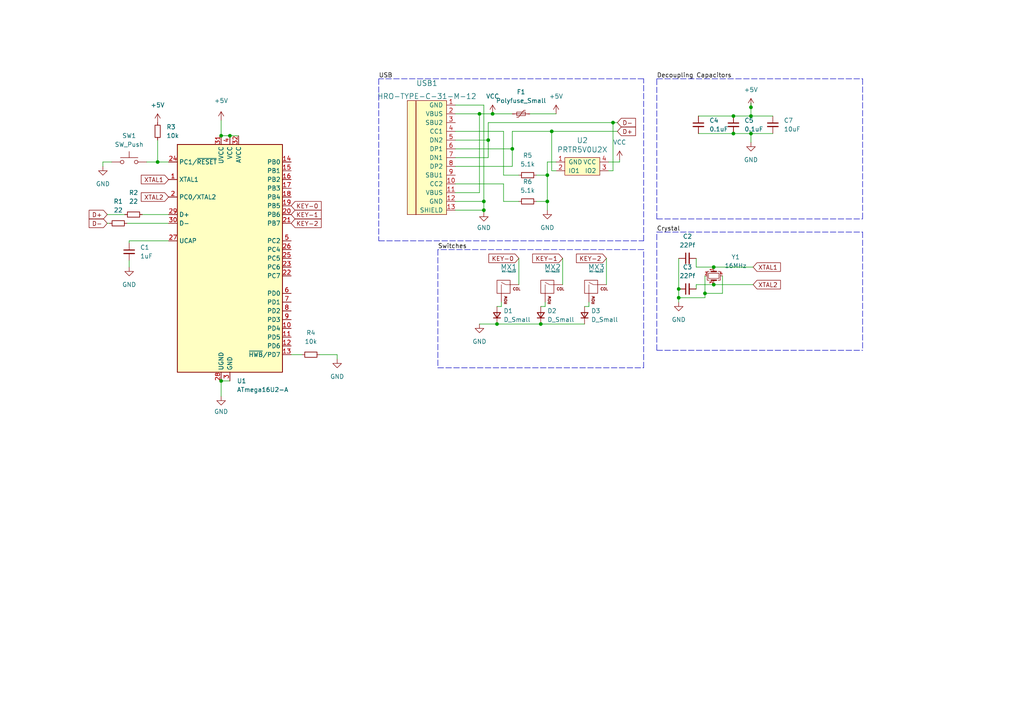
<source format=kicad_sch>
(kicad_sch (version 20211123) (generator eeschema)
  (paper "A4")
  (lib_symbols
    (symbol "Device:C_Small" (pin_numbers hide) (pin_names (offset 0.254) hide)
      (property "Reference" "C" (at 0.254 1.778 0))
      (property "Value" "C_Small" (at 0.254 -2.032 0))
      (symbol "C_Small_0_1"
        (polyline (pts (xy -1.524 -0.508) (xy 1.524 -0.508)) (stroke (width 0.3302)))
        (polyline (pts (xy -1.524 0.508) (xy 1.524 0.508)) (stroke (width 0.3048)))
      )
      (symbol "C_Small_1_1"
        (pin passive line (at 0 2.54 270) (length 2.032) (name "~") (number "1"))
        (pin passive line (at 0 -2.54 90) (length 2.032) (name "~") (number "2"))
      )
    )
    (symbol "Device:Crystal_GND24_Small" (pin_names (offset 1.016) hide)
      (property "Reference" "Y" (at 1.27 4.445 0))
      (property "Value" "Crystal_GND24_Small" (at 1.27 2.54 0))
      (symbol "Crystal_GND24_Small_0_1"
        (rectangle (start -0.762 -1.524) (end 0.762 1.524))
        (polyline (pts (xy -1.27 -0.762) (xy -1.27 0.762)) (stroke (width 0.381)))
        (polyline (pts (xy 1.27 -0.762) (xy 1.27 0.762)) (stroke (width 0.381)))
        (polyline (pts (xy -1.27 -1.27) (xy -1.27 -1.905) (xy 1.27 -1.905) (xy 1.27 -1.27)))
        (polyline (pts (xy -1.27 1.27) (xy -1.27 1.905) (xy 1.27 1.905) (xy 1.27 1.27)))
      )
      (symbol "Crystal_GND24_Small_1_1"
        (pin passive line (at -2.54 0 0) (length 1.27) (name "1") (number "1"))
        (pin passive line (at 0 -2.54 90) (length 0.635) (name "2") (number "2"))
        (pin passive line (at 2.54 0 180) (length 1.27) (name "3") (number "3"))
        (pin passive line (at 0 2.54 270) (length 0.635) (name "4") (number "4"))
      )
    )
    (symbol "Device:D_Small" (pin_numbers hide) (pin_names (offset 0.254) hide)
      (property "Reference" "D" (at -1.27 2.032 0))
      (property "Value" "D_Small" (at -3.81 -2.032 0))
      (symbol "D_Small_0_1"
        (polyline (pts (xy -0.762 -1.016) (xy -0.762 1.016)) (stroke (width 0.254)))
        (polyline (pts (xy -0.762 0) (xy 0.762 0)))
        (polyline (pts (xy 0.762 -1.016) (xy -0.762 0) (xy 0.762 1.016) (xy 0.762 -1.016)) (stroke (width 0.254)))
      )
      (symbol "D_Small_1_1"
        (pin passive line (at -2.54 0 0) (length 1.778) (name "K") (number "1"))
        (pin passive line (at 2.54 0 180) (length 1.778) (name "A") (number "2"))
      )
    )
    (symbol "Device:Polyfuse_Small" (pin_numbers hide) (pin_names (offset 0))
      (property "Reference" "F" (at -1.905 0 90))
      (property "Value" "Polyfuse_Small" (at 1.905 0 90))
      (symbol "Polyfuse_Small_0_1"
        (rectangle (start -0.508 1.27) (end 0.508 -1.27))
        (polyline (pts (xy 0 2.54) (xy 0 -2.54)))
        (polyline (pts (xy -1.016 1.27) (xy -1.016 0.762) (xy 1.016 -0.762) (xy 1.016 -1.27)))
      )
      (symbol "Polyfuse_Small_1_1"
        (pin passive line (at 0 2.54 270) (length 0.635) (name "~") (number "1"))
        (pin passive line (at 0 -2.54 90) (length 0.635) (name "~") (number "2"))
      )
    )
    (symbol "Device:R_Small" (pin_numbers hide) (pin_names (offset 0.254) hide)
      (property "Reference" "R" (at 0.762 0.508 0))
      (property "Value" "R_Small" (at 0.762 -1.016 0))
      (symbol "R_Small_0_1"
        (rectangle (start -0.762 1.778) (end 0.762 -1.778) (stroke (width 0.2032)))
      )
      (symbol "R_Small_1_1"
        (pin passive line (at 0 2.54 270) (length 0.762) (name "~") (number "1"))
        (pin passive line (at 0 -2.54 90) (length 0.762) (name "~") (number "2"))
      )
    )
    (symbol "MCU_Microchip_ATmega:ATmega16U2-A"
      (property "Reference" "U" (at -15.24 34.29 0))
      (property "Value" "ATmega16U2-A" (at 2.54 -34.29 0))
      (symbol "ATmega16U2-A_0_1"
        (rectangle (start -15.24 -33.02) (end 15.24 33.02) (stroke (width 0.254)) (fill (type background)))
      )
      (symbol "ATmega16U2-A_1_1"
        (pin input line (at -17.78 22.86 0) (length 2.54) (name "XTAL1") (number "1"))
        (pin bidirectional line (at 17.78 -20.32 180) (length 2.54) (name "PD4") (number "10"))
        (pin bidirectional line (at 17.78 -22.86 180) (length 2.54) (name "PD5") (number "11"))
        (pin bidirectional line (at 17.78 -25.4 180) (length 2.54) (name "PD6") (number "12"))
        (pin bidirectional line (at 17.78 -27.94 180) (length 2.54) (name "~{HWB}/PD7") (number "13"))
        (pin bidirectional line (at 17.78 27.94 180) (length 2.54) (name "PB0") (number "14"))
        (pin bidirectional line (at 17.78 25.4 180) (length 2.54) (name "PB1") (number "15"))
        (pin bidirectional line (at 17.78 22.86 180) (length 2.54) (name "PB2") (number "16"))
        (pin bidirectional line (at 17.78 20.32 180) (length 2.54) (name "PB3") (number "17"))
        (pin bidirectional line (at 17.78 17.78 180) (length 2.54) (name "PB4") (number "18"))
        (pin bidirectional line (at 17.78 15.24 180) (length 2.54) (name "PB5") (number "19"))
        (pin bidirectional line (at -17.78 17.78 0) (length 2.54) (name "PC0/XTAL2") (number "2"))
        (pin bidirectional line (at 17.78 12.7 180) (length 2.54) (name "PB6") (number "20"))
        (pin bidirectional line (at 17.78 10.16 180) (length 2.54) (name "PB7") (number "21"))
        (pin bidirectional line (at 17.78 -5.08 180) (length 2.54) (name "PC7") (number "22"))
        (pin bidirectional line (at 17.78 -2.54 180) (length 2.54) (name "PC6") (number "23"))
        (pin bidirectional line (at -17.78 27.94 0) (length 2.54) (name "PC1/~{RESET}") (number "24"))
        (pin bidirectional line (at 17.78 0 180) (length 2.54) (name "PC5") (number "25"))
        (pin bidirectional line (at 17.78 2.54 180) (length 2.54) (name "PC4") (number "26"))
        (pin passive line (at -17.78 5.08 0) (length 2.54) (name "UCAP") (number "27"))
        (pin power_in line (at -2.54 -35.56 90) (length 2.54) (name "UGND") (number "28"))
        (pin bidirectional line (at -17.78 12.7 0) (length 2.54) (name "D+") (number "29"))
        (pin power_in line (at 0 -35.56 90) (length 2.54) (name "GND") (number "3"))
        (pin bidirectional line (at -17.78 10.16 0) (length 2.54) (name "D-") (number "30"))
        (pin power_in line (at -2.54 35.56 270) (length 2.54) (name "UVCC") (number "31"))
        (pin power_in line (at 2.54 35.56 270) (length 2.54) (name "AVCC") (number "32"))
        (pin power_in line (at 0 35.56 270) (length 2.54) (name "VCC") (number "4"))
        (pin bidirectional line (at 17.78 5.08 180) (length 2.54) (name "PC2") (number "5"))
        (pin bidirectional line (at 17.78 -10.16 180) (length 2.54) (name "PD0") (number "6"))
        (pin bidirectional line (at 17.78 -12.7 180) (length 2.54) (name "PD1") (number "7"))
        (pin bidirectional line (at 17.78 -15.24 180) (length 2.54) (name "PD2") (number "8"))
        (pin bidirectional line (at 17.78 -17.78 180) (length 2.54) (name "PD3") (number "9"))
      )
    )
    (symbol "MX_Alps_Hybrid:MX-NoLED" (pin_names (offset 1.016))
      (property "Reference" "MX" (at -0.635 3.81 0))
      (property "Value" "MX-NoLED" (at -0.635 1.27 0))
      (symbol "MX-NoLED_0_0"
        (rectangle (start -2.54 2.54) (end 1.27 -1.27))
        (polyline (pts (xy -1.27 -1.27) (xy -1.27 1.27)) (stroke (width 0.127)))
        (polyline (pts (xy 1.27 1.27) (xy 0 1.27) (xy -1.27 1.905)) (stroke (width 0.127)))
        (text "COL" (at 3.175 0 0) (effects (font (size 0.762 0.762))))
        (text "ROW" (at 0 -1.905 900) (effects (font (size 0.762 0.762)) (justify right)))
      )
      (symbol "MX-NoLED_1_1"
        (pin passive line (at 3.81 1.27 180) (length 2.54) (name "COL") (number "1"))
        (pin passive line (at -1.27 -3.81 90) (length 2.54) (name "ROW") (number "2"))
      )
    )
    (symbol "Switch:SW_Push" (pin_numbers hide) (pin_names (offset 1.016) hide)
      (property "Reference" "SW" (at 1.27 2.54 0))
      (property "Value" "SW_Push" (at 0 -1.524 0))
      (symbol "SW_Push_0_1"
        (circle (center -2.032 0) (radius 0.508))
        (polyline (pts (xy 0 1.27) (xy 0 3.048)))
        (polyline (pts (xy 2.54 1.27) (xy -2.54 1.27)))
        (circle (center 2.032 0) (radius 0.508))
        (pin passive line (at -5.08 0 0) (length 2.54) (name "1") (number "1"))
        (pin passive line (at 5.08 0 180) (length 2.54) (name "2") (number "2"))
      )
    )
    (symbol "Type-C:HRO-TYPE-C-31-M-12" (pin_names (offset 1.016))
      (property "Reference" "USB" (at -5.08 16.51 0))
      (property "Value" "HRO-TYPE-C-31-M-12" (at -10.16 -1.27 90))
      (symbol "HRO-TYPE-C-31-M-12_0_1"
        (rectangle (start -11.43 15.24) (end -8.89 -17.78) (fill (type background)))
        (rectangle (start 0 -17.78) (end -8.89 15.24) (fill (type background)))
      )
      (symbol "HRO-TYPE-C-31-M-12_1_1"
        (pin input line (at 2.54 13.97 180) (length 2.54) (name "GND") (number "1"))
        (pin input line (at 2.54 -8.89 180) (length 2.54) (name "CC2") (number "10"))
        (pin input line (at 2.54 -11.43 180) (length 2.54) (name "VBUS") (number "11"))
        (pin input line (at 2.54 -13.97 180) (length 2.54) (name "GND") (number "12"))
        (pin input line (at 2.54 -16.51 180) (length 2.54) (name "SHIELD") (number "13"))
        (pin input line (at 2.54 11.43 180) (length 2.54) (name "VBUS") (number "2"))
        (pin input line (at 2.54 8.89 180) (length 2.54) (name "SBU2") (number "3"))
        (pin input line (at 2.54 6.35 180) (length 2.54) (name "CC1") (number "4"))
        (pin input line (at 2.54 3.81 180) (length 2.54) (name "DN2") (number "5"))
        (pin input line (at 2.54 1.27 180) (length 2.54) (name "DP1") (number "6"))
        (pin input line (at 2.54 -1.27 180) (length 2.54) (name "DN1") (number "7"))
        (pin input line (at 2.54 -3.81 180) (length 2.54) (name "DP2") (number "8"))
        (pin input line (at 2.54 -6.35 180) (length 2.54) (name "SBU1") (number "9"))
      )
    )
    (symbol "power:+5V" (power) (pin_names (offset 0))
      (property "Value" "+5V" (at 0 3.556 0))
      (symbol "+5V_0_1"
        (polyline (pts (xy -0.762 1.27) (xy 0 2.54)))
        (polyline (pts (xy 0 0) (xy 0 2.54)))
        (polyline (pts (xy 0 2.54) (xy 0.762 1.27)))
      )
      (symbol "+5V_1_1"
        (pin power_in line (at 0 0 90) (length 0) hide (name "+5V") (number "1"))
      )
    )
    (symbol "power:GND" (power) (pin_names (offset 0))
      (property "Value" "GND" (at 0 -3.81 0))
      (symbol "GND_0_1"
        (polyline (pts (xy 0 0) (xy 0 -1.27) (xy 1.27 -1.27) (xy 0 -2.54) (xy -1.27 -1.27) (xy 0 -1.27)))
      )
      (symbol "GND_1_1"
        (pin power_in line (at 0 0 270) (length 0) hide (name "GND") (number "1"))
      )
    )
    (symbol "power:VCC" (power) (pin_names (offset 0))
      (property "Value" "VCC" (at 0 3.81 0))
      (symbol "VCC_0_1"
        (polyline (pts (xy -0.762 1.27) (xy 0 2.54)))
        (polyline (pts (xy 0 0) (xy 0 2.54)))
        (polyline (pts (xy 0 2.54) (xy 0.762 1.27)))
      )
      (symbol "VCC_1_1"
        (pin power_in line (at 0 0 90) (length 0) hide (name "VCC") (number "1"))
      )
    )
    (symbol "random-keyboard-parts:PRTR5V0U2X" (pin_names (offset 1.016))
      (property "Reference" "U" (at 0 3.81 0))
      (property "Value" "PRTR5V0U2X" (at 0 -3.81 0))
      (symbol "PRTR5V0U2X_0_1"
        (rectangle (start -5.08 2.54) (end 5.08 -2.54) (fill (type background)))
      )
      (symbol "PRTR5V0U2X_1_1"
        (pin input line (at -7.62 1.27 0) (length 2.54) (name "GND") (number "1"))
        (pin input line (at -7.62 -1.27 0) (length 2.54) (name "IO1") (number "2"))
        (pin input line (at 7.62 -1.27 180) (length 2.54) (name "IO2") (number "3"))
        (pin input line (at 7.62 1.27 180) (length 2.54) (name "VCC") (number "4"))
      )
    )
  )
  (junction (at 140.335 58.42))
  (junction (at 144.145 93.98))
  (junction (at 140.335 60.96))
  (junction (at 207.01 82.55))
  (junction (at 66.675 39.37))
  (junction (at 207.01 77.47))
  (junction (at 212.725 38.735))
  (junction (at 64.135 110.49))
  (junction (at 148.59 43.18))
  (junction (at 45.72 46.99))
  (junction (at 212.725 33.655))
  (junction (at 141.605 40.64))
  (junction (at 158.75 58.42))
  (junction (at 204.47 85.09))
  (junction (at 196.85 83.82))
  (junction (at 156.845 93.98))
  (junction (at 158.75 50.8))
  (junction (at 64.135 39.37))
  (junction (at 217.805 38.735))
  (junction (at 217.805 31.115))
  (junction (at 177.8 35.56))
  (junction (at 196.85 86.36))
  (junction (at 160.02 38.1))
  (junction (at 139.065 33.02))
  (junction (at 217.805 33.655))
  (junction (at 142.875 33.02))
  (wire (pts (xy 161.29 49.53) (xy 160.02 49.53)))
  (polyline (pts (xy 250.19 22.86) (xy 250.19 63.5)))
  (wire (pts (xy 145.415 88.9) (xy 144.145 88.9)))
  (wire (pts (xy 158.75 46.99) (xy 158.75 50.8)))
  (wire (pts (xy 148.59 38.1) (xy 160.02 38.1)))
  (wire (pts (xy 140.335 58.42) (xy 140.335 60.96)))
  (wire (pts (xy 132.08 45.72) (xy 141.605 45.72)))
  (wire (pts (xy 202.565 38.735) (xy 212.725 38.735)))
  (wire (pts (xy 156.845 93.98) (xy 169.545 93.98)))
  (polyline (pts (xy 186.69 22.86) (xy 109.855 22.86)))
  (wire (pts (xy 196.85 74.93) (xy 196.85 83.82)))
  (polyline (pts (xy 190.5 63.5) (xy 250.19 63.5)))
  (wire (pts (xy 37.465 75.565) (xy 37.465 77.47)))
  (wire (pts (xy 217.805 29.845) (xy 217.805 31.115)))
  (polyline (pts (xy 190.5 67.31) (xy 250.19 67.31)))
  (wire (pts (xy 202.565 33.655) (xy 212.725 33.655)))
  (wire (pts (xy 150.495 74.93) (xy 150.495 82.55)))
  (wire (pts (xy 31.115 62.23) (xy 36.195 62.23)))
  (polyline (pts (xy 109.855 69.85) (xy 186.69 69.85)))
  (wire (pts (xy 132.08 38.1) (xy 146.05 38.1)))
  (wire (pts (xy 132.08 48.26) (xy 148.59 48.26)))
  (wire (pts (xy 177.8 35.56) (xy 177.8 49.53)))
  (wire (pts (xy 45.72 46.99) (xy 48.895 46.99)))
  (wire (pts (xy 160.02 38.1) (xy 179.07 38.1)))
  (wire (pts (xy 158.115 87.63) (xy 158.115 88.9)))
  (wire (pts (xy 132.08 53.34) (xy 146.05 53.34)))
  (wire (pts (xy 84.455 102.87) (xy 87.63 102.87)))
  (wire (pts (xy 158.115 88.9) (xy 156.845 88.9)))
  (wire (pts (xy 48.895 69.85) (xy 37.465 69.85)))
  (wire (pts (xy 204.47 86.36) (xy 204.47 85.09)))
  (wire (pts (xy 170.815 87.63) (xy 170.815 88.9)))
  (wire (pts (xy 139.065 33.02) (xy 142.875 33.02)))
  (wire (pts (xy 132.08 40.64) (xy 141.605 40.64)))
  (wire (pts (xy 148.59 48.26) (xy 148.59 43.18)))
  (wire (pts (xy 132.08 58.42) (xy 140.335 58.42)))
  (wire (pts (xy 132.08 30.48) (xy 140.335 30.48)))
  (polyline (pts (xy 250.19 67.31) (xy 250.19 101.6)))
  (wire (pts (xy 139.065 55.88) (xy 139.065 33.02)))
  (wire (pts (xy 160.02 38.1) (xy 160.02 49.53)))
  (wire (pts (xy 140.335 60.96) (xy 140.335 61.595)))
  (wire (pts (xy 132.08 33.02) (xy 139.065 33.02)))
  (wire (pts (xy 97.79 102.87) (xy 97.79 104.14)))
  (wire (pts (xy 217.805 38.735) (xy 224.155 38.735)))
  (wire (pts (xy 141.605 45.72) (xy 141.605 40.64)))
  (wire (pts (xy 64.135 34.925) (xy 64.135 39.37)))
  (wire (pts (xy 153.67 33.02) (xy 161.29 33.02)))
  (polyline (pts (xy 109.855 22.86) (xy 109.855 69.85)))
  (polyline (pts (xy 190.5 101.6) (xy 250.19 101.6)))
  (wire (pts (xy 207.01 82.55) (xy 218.44 82.55)))
  (wire (pts (xy 132.08 55.88) (xy 139.065 55.88)))
  (wire (pts (xy 132.08 60.96) (xy 140.335 60.96)))
  (wire (pts (xy 132.08 43.18) (xy 148.59 43.18)))
  (wire (pts (xy 158.75 50.8) (xy 158.75 58.42)))
  (wire (pts (xy 207.01 82.55) (xy 201.93 82.55)))
  (wire (pts (xy 170.815 88.9) (xy 169.545 88.9)))
  (wire (pts (xy 207.01 77.47) (xy 218.44 77.47)))
  (wire (pts (xy 209.55 85.09) (xy 209.55 80.01)))
  (polyline (pts (xy 190.5 101.6) (xy 190.5 67.31)))
  (wire (pts (xy 146.05 50.8) (xy 150.495 50.8)))
  (wire (pts (xy 217.805 33.655) (xy 224.155 33.655)))
  (wire (pts (xy 146.05 58.42) (xy 150.495 58.42)))
  (polyline (pts (xy 190.5 63.5) (xy 190.5 22.86)))
  (polyline (pts (xy 186.69 69.85) (xy 186.69 22.86)))
  (wire (pts (xy 158.75 58.42) (xy 158.75 60.96)))
  (wire (pts (xy 146.05 38.1) (xy 146.05 50.8)))
  (wire (pts (xy 196.85 83.82) (xy 196.85 86.36)))
  (polyline (pts (xy 127 106.68) (xy 186.69 106.68)))
  (wire (pts (xy 204.47 85.09) (xy 204.47 80.01)))
  (wire (pts (xy 64.135 39.37) (xy 66.675 39.37)))
  (wire (pts (xy 217.805 38.735) (xy 217.805 41.275)))
  (wire (pts (xy 141.605 35.56) (xy 177.8 35.56)))
  (wire (pts (xy 142.875 33.02) (xy 148.59 33.02)))
  (wire (pts (xy 177.8 35.56) (xy 179.07 35.56)))
  (wire (pts (xy 139.065 93.98) (xy 144.145 93.98)))
  (wire (pts (xy 201.93 74.93) (xy 201.93 77.47)))
  (polyline (pts (xy 127 72.39) (xy 127 106.68)))
  (wire (pts (xy 155.575 58.42) (xy 158.75 58.42)))
  (wire (pts (xy 92.71 102.87) (xy 97.79 102.87)))
  (wire (pts (xy 175.895 74.93) (xy 175.895 82.55)))
  (wire (pts (xy 155.575 50.8) (xy 158.75 50.8)))
  (wire (pts (xy 196.85 86.36) (xy 196.85 87.63)))
  (wire (pts (xy 212.725 33.655) (xy 217.805 33.655)))
  (wire (pts (xy 176.53 49.53) (xy 177.8 49.53)))
  (wire (pts (xy 144.145 93.98) (xy 156.845 93.98)))
  (wire (pts (xy 196.85 86.36) (xy 204.47 86.36)))
  (wire (pts (xy 29.845 46.99) (xy 29.845 48.26)))
  (wire (pts (xy 207.01 77.47) (xy 201.93 77.47)))
  (polyline (pts (xy 190.5 22.86) (xy 250.19 22.86)))
  (wire (pts (xy 41.275 62.23) (xy 48.895 62.23)))
  (polyline (pts (xy 186.69 106.68) (xy 186.69 72.39)))
  (wire (pts (xy 179.705 46.99) (xy 179.705 46.355)))
  (wire (pts (xy 64.135 110.49) (xy 66.675 110.49)))
  (wire (pts (xy 146.05 53.34) (xy 146.05 58.42)))
  (wire (pts (xy 32.385 46.99) (xy 29.845 46.99)))
  (wire (pts (xy 45.72 40.64) (xy 45.72 46.99)))
  (wire (pts (xy 64.135 114.935) (xy 64.135 110.49)))
  (wire (pts (xy 42.545 46.99) (xy 45.72 46.99)))
  (wire (pts (xy 217.805 31.115) (xy 217.805 33.655)))
  (wire (pts (xy 37.465 69.85) (xy 37.465 70.485)))
  (wire (pts (xy 212.725 38.735) (xy 217.805 38.735)))
  (wire (pts (xy 176.53 46.99) (xy 179.705 46.99)))
  (wire (pts (xy 66.675 39.37) (xy 69.215 39.37)))
  (wire (pts (xy 145.415 87.63) (xy 145.415 88.9)))
  (wire (pts (xy 148.59 43.18) (xy 148.59 38.1)))
  (wire (pts (xy 158.75 46.99) (xy 161.29 46.99)))
  (wire (pts (xy 36.83 64.77) (xy 48.895 64.77)))
  (wire (pts (xy 31.115 64.77) (xy 31.75 64.77)))
  (wire (pts (xy 204.47 85.09) (xy 209.55 85.09)))
  (polyline (pts (xy 186.69 72.39) (xy 127 72.39)))
  (wire (pts (xy 201.93 82.55) (xy 201.93 83.82)))
  (wire (pts (xy 163.195 74.93) (xy 163.195 82.55)))
  (wire (pts (xy 140.335 30.48) (xy 140.335 58.42)))
  (wire (pts (xy 141.605 40.64) (xy 141.605 35.56)))
  (label "Switches" (at 127 72.39 0))
  (label "Crystal" (at 190.5 67.31 0))
  (label "Decoupling Capacitors" (at 190.5 22.86 0))
  (label "USB" (at 109.855 22.86 0))
  (global_label "KEY-0" (shape input) (at 84.455 59.69 0) (property "Intersheet References" "${INTERSHEET_REFS}" (effects hide)))
  (global_label "KEY-2" (shape input) (at 175.895 74.93 180) (property "Intersheet References" "${INTERSHEET_REFS}" (effects hide)))
  (global_label "D-" (shape input) (at 31.115 64.77 180) (property "Intersheet References" "${INTERSHEET_REFS}" (effects hide)))
  (global_label "KEY-2" (shape input) (at 84.455 64.77 0) (property "Intersheet References" "${INTERSHEET_REFS}" (effects hide)))
  (global_label "KEY-0" (shape input) (at 150.495 74.93 180) (property "Intersheet References" "${INTERSHEET_REFS}" (effects hide)))
  (global_label "KEY-1" (shape input) (at 163.195 74.93 180) (property "Intersheet References" "${INTERSHEET_REFS}" (effects hide)))
  (global_label "XTAL1" (shape input) (at 218.44 77.47 0) (property "Intersheet References" "${INTERSHEET_REFS}" (effects hide)))
  (global_label "XTAL2" (shape input) (at 48.895 57.15 180) (property "Intersheet References" "${INTERSHEET_REFS}" (effects hide)))
  (global_label "D-" (shape input) (at 179.07 35.56 0) (property "Intersheet References" "${INTERSHEET_REFS}" (effects hide)))
  (global_label "D+" (shape input) (at 31.115 62.23 180) (property "Intersheet References" "${INTERSHEET_REFS}" (effects hide)))
  (global_label "XTAL2" (shape input) (at 218.44 82.55 0) (property "Intersheet References" "${INTERSHEET_REFS}" (effects hide)))
  (global_label "KEY-1" (shape input) (at 84.455 62.23 0) (property "Intersheet References" "${INTERSHEET_REFS}" (effects hide)))
  (global_label "XTAL1" (shape input) (at 48.895 52.07 180) (property "Intersheet References" "${INTERSHEET_REFS}" (effects hide)))
  (global_label "D+" (shape input) (at 179.07 38.1 0) (property "Intersheet References" "${INTERSHEET_REFS}" (effects hide)))
  (symbol (lib_id "Device:R_Small") (at 38.735 62.23 90) (unit 1)
    (property "Reference" "R2" (at 38.735 55.88 90))
    (property "Value" "22" (at 38.735 58.42 90))
    (property "Footprint" "Resistor_SMD:R_0805_2012Metric_Pad1.20x1.40mm_HandSolder" (effects hide))
  )
  (symbol (lib_id "Device:C_Small") (at 199.39 83.82 90) (unit 1)
    (property "Reference" "C3" (at 199.3963 77.47 90))
    (property "Value" "22Pf" (at 199.3963 80.01 90))
    (property "Footprint" "Capacitor_SMD:C_0805_2012Metric_Pad1.18x1.45mm_HandSolder" (effects hide))
  )
  (symbol (lib_id "power:VCC") (at 142.875 33.02 0) (unit 1)
    (property "Reference" "#PWR0111" (effects hide))
    (property "Value" "VCC" (at 142.875 27.94 0))
  )
  (symbol (lib_id "Device:D_Small") (at 144.145 91.44 90) (unit 1)
    (property "Reference" "D1" (at 146.05 90.1699 90) (effects (justify right)))
    (property "Value" "D_Small" (at 146.05 92.7099 90) (effects (justify right)))
    (property "Footprint" "Diode_SMD:D_SOD-123" (effects hide))
  )
  (symbol (lib_id "Type-C:HRO-TYPE-C-31-M-12") (at 129.54 44.45 0) (unit 1)
    (property "Reference" "USB1" (at 123.825 24.13 0) (effects (font (size 1.524 1.524))))
    (property "Value" "HRO-TYPE-C-31-M-12" (at 123.825 27.94 0) (effects (font (size 1.524 1.524))))
    (property "Footprint" "Connector_USB:USB_C_Receptacle_HRO_TYPE-C-31-M-12" (effects hide))
  )
  (symbol (lib_id "Device:C_Small") (at 202.565 36.195 0) (unit 1)
    (property "Reference" "C4" (at 205.74 34.9312 0) (effects (justify left)))
    (property "Value" "0.1uF" (at 205.74 37.4712 0) (effects (justify left)))
    (property "Footprint" "Capacitor_SMD:C_0805_2012Metric_Pad1.18x1.45mm_HandSolder" (effects hide))
  )
  (symbol (lib_id "MCU_Microchip_ATmega:ATmega16U2-A") (at 66.675 74.93 0) (unit 1)
    (property "Reference" "U1" (at 68.6944 110.49 0) (effects (justify left)))
    (property "Value" "ATmega16U2-A" (at 68.6944 113.03 0) (effects (justify left)))
    (property "Footprint" "Package_QFP:TQFP-32_7x7mm_P0.8mm" (effects hide))
    (property "Datasheet" "http://ww1.microchip.com/downloads/en/DeviceDoc/doc7799.pdf" (effects hide))
  )
  (symbol (lib_id "Device:R_Small") (at 153.035 58.42 90) (unit 1)
    (property "Reference" "R6" (at 153.035 52.705 90))
    (property "Value" "5.1k" (at 153.035 55.245 90))
    (property "Footprint" "Resistor_SMD:R_0805_2012Metric_Pad1.20x1.40mm_HandSolder" (effects hide))
  )
  (symbol (lib_id "MX_Alps_Hybrid:MX-NoLED") (at 172.085 83.82 0) (unit 1)
    (property "Reference" "MX3" (at 172.9706 77.47 0) (effects (font (size 1.524 1.524))))
    (property "Value" "MX-NoLED" (at 172.9706 78.74 0) (effects (font (size 0.508 0.508))))
    (property "Footprint" "marbastlib-mx:SW_MX_HS_1u" (effects hide))
  )
  (symbol (lib_id "Switch:SW_Push") (at 37.465 46.99 0) (unit 1)
    (property "Reference" "SW1" (at 37.465 39.37 0))
    (property "Value" "SW_Push" (at 37.465 41.91 0))
    (property "Footprint" "random-keyboard-parts:SKQG-1155865" (effects hide))
  )
  (symbol (lib_id "Device:Crystal_GND24_Small") (at 207.01 80.01 270) (unit 1)
    (property "Reference" "Y1" (at 213.36 74.5488 90))
    (property "Value" "16MHz" (at 213.36 77.0888 90))
    (property "Footprint" "Crystal:Crystal_SMD_3225-4Pin_3.2x2.5mm" (effects hide))
  )
  (symbol (lib_id "MX_Alps_Hybrid:MX-NoLED") (at 146.685 83.82 0) (unit 1)
    (property "Reference" "MX1" (at 147.5706 77.47 0) (effects (font (size 1.524 1.524))))
    (property "Value" "MX-NoLED" (at 147.5706 78.74 0) (effects (font (size 0.508 0.508))))
    (property "Footprint" "marbastlib-mx:SW_MX_HS_1u" (effects hide))
  )
  (symbol (lib_id "Device:C_Small") (at 37.465 73.025 0) (unit 1)
    (property "Reference" "C1" (at 40.64 71.7612 0) (effects (justify left)))
    (property "Value" "1uF" (at 40.64 74.3012 0) (effects (justify left)))
    (property "Footprint" "Capacitor_SMD:C_0805_2012Metric_Pad1.18x1.45mm_HandSolder" (effects hide))
  )
  (symbol (lib_id "power:GND") (at 196.85 87.63 0) (unit 1)
    (property "Reference" "#PWR0103" (effects hide))
    (property "Value" "GND" (at 196.85 92.71 0))
  )
  (symbol (lib_id "random-keyboard-parts:PRTR5V0U2X") (at 168.91 48.26 0) (unit 1)
    (property "Reference" "U2" (at 168.91 40.7162 0) (effects (font (size 1.524 1.524))))
    (property "Value" "PRTR5V0U2X" (at 168.91 43.4086 0) (effects (font (size 1.524 1.524))))
    (property "Footprint" "random-keyboard-parts:SOT143B" (effects hide))
  )
  (symbol (lib_id "power:GND") (at 158.75 60.96 0) (unit 1)
    (property "Reference" "#PWR0113" (effects hide))
    (property "Value" "GND" (at 158.75 66.04 0))
  )
  (symbol (lib_id "power:GND") (at 37.465 77.47 0) (unit 1)
    (property "Reference" "#PWR0105" (effects hide))
    (property "Value" "GND" (at 37.465 82.55 0))
  )
  (symbol (lib_id "Device:R_Small") (at 153.035 50.8 90) (unit 1)
    (property "Reference" "R5" (at 153.035 45.085 90))
    (property "Value" "5.1k" (at 153.035 47.625 90))
    (property "Footprint" "Resistor_SMD:R_0805_2012Metric_Pad1.20x1.40mm_HandSolder" (effects hide))
  )
  (symbol (lib_id "power:GND") (at 64.135 114.935 0) (unit 1)
    (property "Reference" "#PWR0104" (effects hide))
    (property "Value" "GND" (at 64.135 119.38 0))
  )
  (symbol (lib_id "power:GND") (at 29.845 48.26 0) (unit 1)
    (property "Reference" "#PWR0110" (effects hide))
    (property "Value" "GND" (at 29.845 53.34 0))
  )
  (symbol (lib_id "Device:R_Small") (at 34.29 64.77 90) (unit 1)
    (property "Reference" "R1" (at 34.29 58.42 90))
    (property "Value" "22" (at 34.29 60.96 90))
    (property "Footprint" "Resistor_SMD:R_0805_2012Metric_Pad1.20x1.40mm_HandSolder" (effects hide))
  )
  (symbol (lib_id "Device:C_Small") (at 224.155 36.195 0) (unit 1)
    (property "Reference" "C7" (at 227.33 34.9312 0) (effects (justify left)))
    (property "Value" "10uF" (at 227.33 37.4712 0) (effects (justify left)))
    (property "Footprint" "Capacitor_SMD:C_0805_2012Metric_Pad1.18x1.45mm_HandSolder" (effects hide))
  )
  (symbol (lib_id "Device:R_Small") (at 45.72 38.1 0) (unit 1)
    (property "Reference" "R3" (at 48.26 36.8299 0) (effects (justify left)))
    (property "Value" "10k" (at 48.26 39.3699 0) (effects (justify left)))
    (property "Footprint" "Resistor_SMD:R_0805_2012Metric_Pad1.20x1.40mm_HandSolder" (effects hide))
  )
  (symbol (lib_id "Device:D_Small") (at 169.545 91.44 90) (unit 1)
    (property "Reference" "D3" (at 171.45 90.1699 90) (effects (justify right)))
    (property "Value" "D_Small" (at 171.45 92.7099 90) (effects (justify right)))
    (property "Footprint" "Diode_SMD:D_SOD-123" (effects hide))
  )
  (symbol (lib_id "power:GND") (at 97.79 104.14 0) (unit 1)
    (property "Reference" "#PWR0102" (effects hide))
    (property "Value" "GND" (at 97.79 109.22 0))
  )
  (symbol (lib_id "power:GND") (at 140.335 61.595 0) (unit 1)
    (property "Reference" "#PWR0112" (effects hide))
    (property "Value" "GND" (at 140.335 66.04 0))
  )
  (symbol (lib_id "power:+5V") (at 217.805 31.115 0) (unit 1)
    (property "Reference" "#PWR0106" (effects hide))
    (property "Value" "+5V" (at 217.805 26.035 0))
  )
  (symbol (lib_id "power:+5V") (at 161.29 33.02 0) (unit 1)
    (property "Reference" "#PWR0114" (effects hide))
    (property "Value" "+5V" (at 161.29 27.94 0))
  )
  (symbol (lib_id "power:+5V") (at 64.135 34.925 0) (unit 1)
    (property "Reference" "#PWR0107" (effects hide))
    (property "Value" "+5V" (at 64.135 29.21 0))
  )
  (symbol (lib_id "Device:Polyfuse_Small") (at 151.13 33.02 90) (unit 1)
    (property "Reference" "F1" (at 151.13 26.67 90))
    (property "Value" "Polyfuse_Small" (at 151.13 29.21 90))
    (property "Footprint" "Fuse:Fuse_1206_3216Metric_Pad1.42x1.75mm_HandSolder" (effects hide))
  )
  (symbol (lib_id "Device:C_Small") (at 212.725 36.195 0) (unit 1)
    (property "Reference" "C5" (at 215.9 34.9312 0) (effects (justify left)))
    (property "Value" "0.1uF" (at 215.9 37.4712 0) (effects (justify left)))
    (property "Footprint" "Capacitor_SMD:C_0805_2012Metric_Pad1.18x1.45mm_HandSolder" (effects hide))
  )
  (symbol (lib_id "Device:D_Small") (at 156.845 91.44 90) (unit 1)
    (property "Reference" "D2" (at 158.75 90.1699 90) (effects (justify right)))
    (property "Value" "D_Small" (at 158.75 92.7099 90) (effects (justify right)))
    (property "Footprint" "Diode_SMD:D_SOD-123" (effects hide))
  )
  (symbol (lib_id "power:GND") (at 217.805 41.275 0) (unit 1)
    (property "Reference" "#PWR0109" (effects hide))
    (property "Value" "GND" (at 217.805 46.355 0))
  )
  (symbol (lib_id "Device:R_Small") (at 90.17 102.87 90) (unit 1)
    (property "Reference" "R4" (at 90.17 96.52 90))
    (property "Value" "10k" (at 90.17 99.06 90))
    (property "Footprint" "Resistor_SMD:R_0805_2012Metric_Pad1.20x1.40mm_HandSolder" (effects hide))
  )
  (symbol (lib_id "power:GND") (at 139.065 93.98 0) (unit 1)
    (property "Reference" "#PWR0101" (effects hide))
    (property "Value" "GND" (at 139.065 99.06 0))
  )
  (symbol (lib_id "power:+5V") (at 45.72 35.56 0) (unit 1)
    (property "Reference" "#PWR0108" (effects hide))
    (property "Value" "+5V" (at 45.72 30.48 0))
  )
  (symbol (lib_id "Device:C_Small") (at 199.39 74.93 90) (unit 1)
    (property "Reference" "C2" (at 199.3963 68.58 90))
    (property "Value" "22Pf" (at 199.3963 71.12 90))
    (property "Footprint" "Capacitor_SMD:C_0805_2012Metric_Pad1.18x1.45mm_HandSolder" (effects hide))
  )
  (symbol (lib_id "power:VCC") (at 179.705 46.355 0) (unit 1)
    (property "Reference" "#PWR0115" (effects hide))
    (property "Value" "VCC" (at 179.705 41.275 0))
  )
  (symbol (lib_id "MX_Alps_Hybrid:MX-NoLED") (at 159.385 83.82 0) (unit 1)
    (property "Reference" "MX2" (at 160.2706 77.47 0) (effects (font (size 1.524 1.524))))
    (property "Value" "MX-NoLED" (at 160.2706 78.74 0) (effects (font (size 0.508 0.508))))
    (property "Footprint" "marbastlib-mx:SW_MX_HS_1u" (effects hide))
  )
)
</source>
